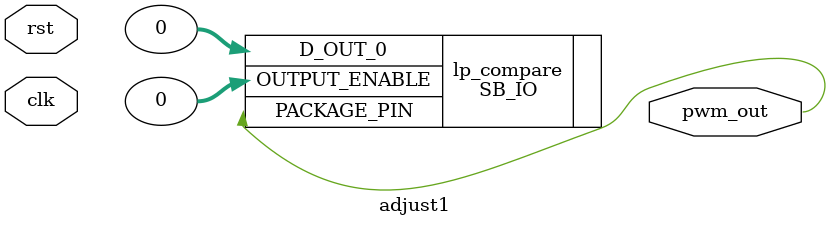
<source format=v>
module adjust1(
    input clk, rst,
    output pwm_out,
);

    reg [10:0] period;
    always@(posedge clk)
    begin
        period <= period + 1;
    end
    wire [11:0] state = period + 11'h026;

	SB_IO #(
		.PIN_TYPE(6'b101001)
	) lp_compare (
		.PACKAGE_PIN(pwm_out),
		.OUTPUT_ENABLE(0),
		.D_OUT_0(0)
    );

endmodule
</source>
